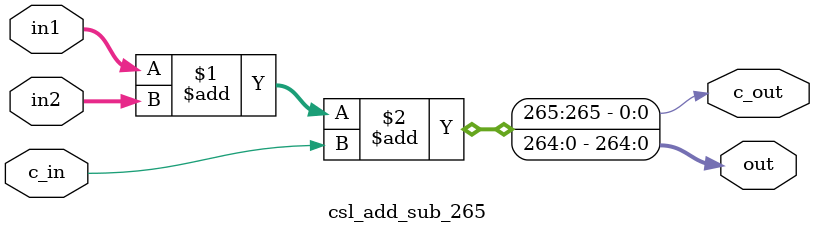
<source format=v>

module csl_add_sub_265(c_out, out, in1, in2, c_in);
input [264:0] in1, in2;
input c_in;
output [264:0] out;
output c_out;

assign {c_out,out} = in1 + in2 + c_in;


endmodule

</source>
